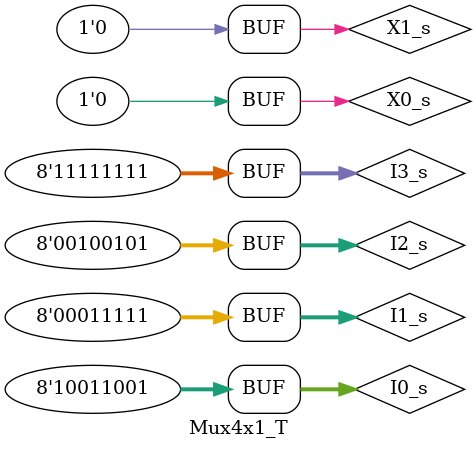
<source format=v>
`timescale 1ns / 1ps

module Mux4x1_T();

	reg [7:0] I3_s, I2_s, I1_s, I0_s;
	wire [7:0] O_s;
	reg X1_s, X0_s;

	Mux4x1 test(I3_s, I2_s, I1_s, I0_s, O_s, X1_s, X0_s);

	initial begin
		I3_s = 8'b11111111; // _
		I2_s = 8'b00100101; // 2
		I1_s = 8'b00011111; // 7
		I0_s = 8'b10011001; // 4

		X1_s <= 1; X0_s <= 1; 
		#10 X1_s <= 1; X0_s <= 0;
		#10 X1_s <= 0; X0_s <= 1;
		#10 X1_s <= 0; X0_s <= 0;
	end

endmodule

</source>
